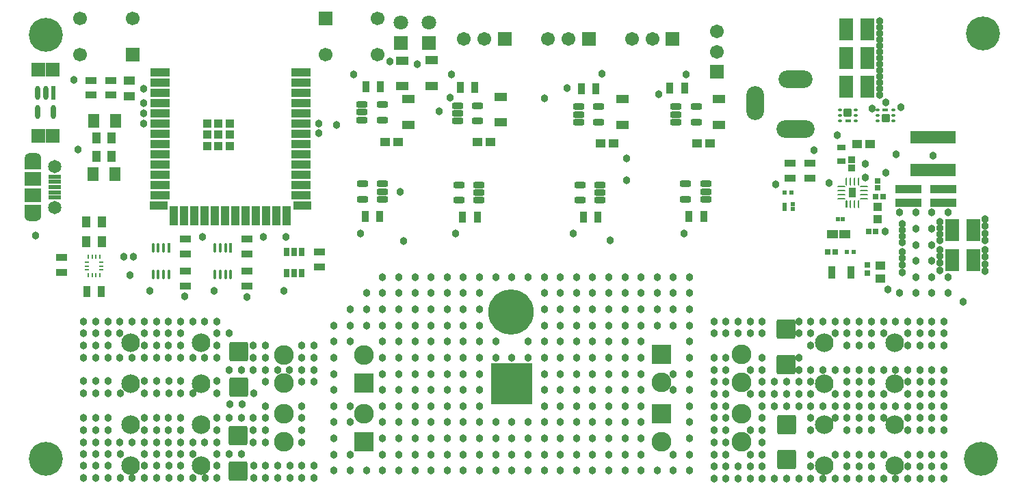
<source format=gts>
G04*
G04 #@! TF.GenerationSoftware,Altium Limited,Altium Designer,25.8.1 (18)*
G04*
G04 Layer_Color=8388736*
%FSLAX25Y25*%
%MOIN*%
G70*
G04*
G04 #@! TF.SameCoordinates,84D38476-EC8B-4E85-A8E5-E5852804B053*
G04*
G04*
G04 #@! TF.FilePolarity,Negative*
G04*
G01*
G75*
%ADD19R,0.05512X0.03740*%
%ADD20R,0.03740X0.05512*%
%ADD23R,0.01900X0.01000*%
%ADD24R,0.01000X0.01900*%
G04:AMPARAMS|DCode=25|XSize=67.21mil|YSize=24.25mil|CornerRadius=12.12mil|HoleSize=0mil|Usage=FLASHONLY|Rotation=270.000|XOffset=0mil|YOffset=0mil|HoleType=Round|Shape=RoundedRectangle|*
%AMROUNDEDRECTD25*
21,1,0.06721,0.00000,0,0,270.0*
21,1,0.04296,0.02425,0,0,270.0*
1,1,0.02425,0.00000,-0.02148*
1,1,0.02425,0.00000,0.02148*
1,1,0.02425,0.00000,0.02148*
1,1,0.02425,0.00000,-0.02148*
%
%ADD25ROUNDEDRECTD25*%
G04:AMPARAMS|DCode=27|XSize=49.38mil|YSize=13.22mil|CornerRadius=6.61mil|HoleSize=0mil|Usage=FLASHONLY|Rotation=270.000|XOffset=0mil|YOffset=0mil|HoleType=Round|Shape=RoundedRectangle|*
%AMROUNDEDRECTD27*
21,1,0.04938,0.00000,0,0,270.0*
21,1,0.03615,0.01322,0,0,270.0*
1,1,0.01322,0.00000,-0.01808*
1,1,0.01322,0.00000,0.01808*
1,1,0.01322,0.00000,0.01808*
1,1,0.01322,0.00000,-0.01808*
%
%ADD27ROUNDEDRECTD27*%
G04:AMPARAMS|DCode=29|XSize=43.31mil|YSize=23.62mil|CornerRadius=2.01mil|HoleSize=0mil|Usage=FLASHONLY|Rotation=90.000|XOffset=0mil|YOffset=0mil|HoleType=Round|Shape=RoundedRectangle|*
%AMROUNDEDRECTD29*
21,1,0.04331,0.01961,0,0,90.0*
21,1,0.03929,0.02362,0,0,90.0*
1,1,0.00402,0.00980,0.01965*
1,1,0.00402,0.00980,-0.01965*
1,1,0.00402,-0.00980,-0.01965*
1,1,0.00402,-0.00980,0.01965*
%
%ADD29ROUNDEDRECTD29*%
%ADD31R,0.06299X0.03937*%
G04:AMPARAMS|DCode=32|XSize=17.72mil|YSize=11.81mil|CornerRadius=1.95mil|HoleSize=0mil|Usage=FLASHONLY|Rotation=180.000|XOffset=0mil|YOffset=0mil|HoleType=Round|Shape=RoundedRectangle|*
%AMROUNDEDRECTD32*
21,1,0.01772,0.00791,0,0,180.0*
21,1,0.01382,0.01181,0,0,180.0*
1,1,0.00390,-0.00691,0.00396*
1,1,0.00390,0.00691,0.00396*
1,1,0.00390,0.00691,-0.00396*
1,1,0.00390,-0.00691,-0.00396*
%
%ADD32ROUNDEDRECTD32*%
%ADD34R,0.06506X0.11040*%
%ADD35R,0.05138X0.04355*%
%ADD36R,0.02648X0.02631*%
G04:AMPARAMS|DCode=37|XSize=9.42mil|YSize=37.68mil|CornerRadius=4.71mil|HoleSize=0mil|Usage=FLASHONLY|Rotation=90.000|XOffset=0mil|YOffset=0mil|HoleType=Round|Shape=RoundedRectangle|*
%AMROUNDEDRECTD37*
21,1,0.00942,0.02826,0,0,90.0*
21,1,0.00000,0.03768,0,0,90.0*
1,1,0.00942,0.01413,0.00000*
1,1,0.00942,0.01413,0.00000*
1,1,0.00942,-0.01413,0.00000*
1,1,0.00942,-0.01413,0.00000*
%
%ADD37ROUNDEDRECTD37*%
G04:AMPARAMS|DCode=38|XSize=37.68mil|YSize=9.42mil|CornerRadius=4.71mil|HoleSize=0mil|Usage=FLASHONLY|Rotation=90.000|XOffset=0mil|YOffset=0mil|HoleType=Round|Shape=RoundedRectangle|*
%AMROUNDEDRECTD38*
21,1,0.03768,0.00000,0,0,90.0*
21,1,0.02826,0.00942,0,0,90.0*
1,1,0.00942,0.00000,0.01413*
1,1,0.00942,0.00000,-0.01413*
1,1,0.00942,0.00000,-0.01413*
1,1,0.00942,0.00000,0.01413*
%
%ADD38ROUNDEDRECTD38*%
%ADD39R,0.05241X0.03985*%
%ADD41R,0.03765X0.06127*%
%ADD42R,0.02816X0.02648*%
%ADD44R,0.01843X0.01860*%
%ADD45C,0.00848*%
%ADD46R,0.02237X0.02254*%
%ADD50R,0.12992X0.04134*%
%ADD54R,0.04748X0.04166*%
%ADD57R,0.03963X0.05544*%
%ADD58R,0.05544X0.03963*%
%ADD59R,0.01322X0.04938*%
%ADD60R,0.02425X0.06721*%
%ADD62C,0.02769*%
%ADD63R,0.04343X0.04343*%
%ADD64R,0.09700X0.04343*%
%ADD65R,0.06706X0.06902*%
%ADD66R,0.06115X0.02375*%
%ADD67R,0.05524X0.06706*%
G04:AMPARAMS|DCode=68|XSize=96.58mil|YSize=91.86mil|CornerRadius=10.29mil|HoleSize=0mil|Usage=FLASHONLY|Rotation=270.000|XOffset=0mil|YOffset=0mil|HoleType=Round|Shape=RoundedRectangle|*
%AMROUNDEDRECTD68*
21,1,0.09658,0.07128,0,0,270.0*
21,1,0.07600,0.09186,0,0,270.0*
1,1,0.02058,-0.03564,-0.03800*
1,1,0.02058,-0.03564,0.03800*
1,1,0.02058,0.03564,0.03800*
1,1,0.02058,0.03564,-0.03800*
%
%ADD68ROUNDEDRECTD68*%
G04:AMPARAMS|DCode=69|XSize=55.64mil|YSize=31.23mil|CornerRadius=9.81mil|HoleSize=0mil|Usage=FLASHONLY|Rotation=180.000|XOffset=0mil|YOffset=0mil|HoleType=Round|Shape=RoundedRectangle|*
%AMROUNDEDRECTD69*
21,1,0.05564,0.01161,0,0,180.0*
21,1,0.03602,0.03123,0,0,180.0*
1,1,0.01961,-0.01801,0.00581*
1,1,0.01961,0.01801,0.00581*
1,1,0.01961,0.01801,-0.00581*
1,1,0.01961,-0.01801,-0.00581*
%
%ADD69ROUNDEDRECTD69*%
G04:AMPARAMS|DCode=70|XSize=29.53mil|YSize=11.81mil|CornerRadius=1.95mil|HoleSize=0mil|Usage=FLASHONLY|Rotation=180.000|XOffset=0mil|YOffset=0mil|HoleType=Round|Shape=RoundedRectangle|*
%AMROUNDEDRECTD70*
21,1,0.02953,0.00791,0,0,180.0*
21,1,0.02563,0.01181,0,0,180.0*
1,1,0.00390,-0.01282,0.00396*
1,1,0.00390,0.01282,0.00396*
1,1,0.00390,0.01282,-0.00396*
1,1,0.00390,-0.01282,-0.00396*
%
%ADD70ROUNDEDRECTD70*%
%ADD71R,0.03162X0.02926*%
%ADD72R,0.03543X0.05118*%
%ADD73R,0.02296X0.02375*%
%ADD74R,0.02378X0.02299*%
%ADD75R,0.02375X0.02296*%
%ADD76R,0.02965X0.02965*%
%ADD77R,0.04461X0.04304*%
%ADD78R,0.04737X0.04343*%
%ADD79R,0.03950X0.03162*%
%ADD80R,0.03359X0.03359*%
G04:AMPARAMS|DCode=81|XSize=39.37mil|YSize=37.4mil|CornerRadius=2.06mil|HoleSize=0mil|Usage=FLASHONLY|Rotation=0.000|XOffset=0mil|YOffset=0mil|HoleType=Round|Shape=RoundedRectangle|*
%AMROUNDEDRECTD81*
21,1,0.03937,0.03329,0,0,0.0*
21,1,0.03526,0.03740,0,0,0.0*
1,1,0.00411,0.01763,-0.01664*
1,1,0.00411,-0.01763,-0.01664*
1,1,0.00411,-0.01763,0.01664*
1,1,0.00411,0.01763,0.01664*
%
%ADD81ROUNDEDRECTD81*%
%ADD82R,0.22453X0.06430*%
%ADD83R,0.04343X0.09700*%
%ADD84R,0.08800X0.04343*%
%ADD85R,0.08280X0.06706*%
%ADD86C,0.09068*%
%ADD87R,0.06737X0.06737*%
%ADD88C,0.06698*%
%ADD89R,0.06698X0.06698*%
%ADD90C,0.22123*%
%ADD91R,0.06737X0.06737*%
%ADD92O,0.16548X0.08674*%
%ADD93O,0.08674X0.16548*%
%ADD94C,0.09646*%
%ADD95R,0.09646X0.09646*%
%ADD96R,0.07119X0.07119*%
%ADD97O,0.18517X0.08674*%
%ADD98R,0.20154X0.20154*%
%ADD99C,0.07119*%
%ADD100C,0.06737*%
%ADD101C,0.06509*%
%ADD102C,0.03800*%
%ADD103C,0.16548*%
G36*
X8214Y161922D02*
X8266Y161911D01*
X8315Y161895D01*
X8338Y161883D01*
X8362Y161871D01*
X8406Y161842D01*
X8445Y161808D01*
Y161808D01*
X8445D01*
X8480Y161768D01*
X8509Y161724D01*
X8521Y161701D01*
X8532Y161678D01*
X8549Y161628D01*
X8559Y161576D01*
X8563Y161524D01*
D01*
Y161524D01*
Y159957D01*
X10130D01*
X10183Y159953D01*
X10234Y159943D01*
X10284Y159926D01*
X10331Y159903D01*
X10374Y159874D01*
X10414Y159839D01*
X10448Y159800D01*
X10477Y159756D01*
X10501Y159709D01*
X10518Y159659D01*
X10528Y159608D01*
X10531Y159556D01*
Y154437D01*
X10528Y154385D01*
X10518Y154334D01*
X10501Y154284D01*
X10477Y154237D01*
X10448Y154193D01*
X10414Y154154D01*
X10374Y154120D01*
X10331Y154090D01*
X10284Y154067D01*
X10234Y154050D01*
X10183Y154040D01*
X10130Y154037D01*
X2650D01*
X2598Y154040D01*
X2546Y154050D01*
X2497Y154067D01*
X2450Y154090D01*
X2406Y154120D01*
X2366Y154154D01*
X2332Y154193D01*
X2303Y154237D01*
X2280Y154284D01*
X2263Y154334D01*
X2253Y154385D01*
X2249Y154437D01*
Y159556D01*
X2253Y159608D01*
X2263Y159659D01*
X2280Y159709D01*
X2303Y159756D01*
X2332Y159800D01*
X2366Y159839D01*
X2406Y159874D01*
X2450Y159903D01*
X2497Y159926D01*
X2546Y159943D01*
X2598Y159953D01*
X2650Y159957D01*
X4217D01*
Y161524D01*
X4221Y161576D01*
X4231Y161628D01*
X4248Y161677D01*
X4259Y161701D01*
X4271Y161724D01*
X4300Y161768D01*
X4335Y161808D01*
X4335D01*
Y161808D01*
X4374Y161842D01*
X4418Y161871D01*
X4442Y161883D01*
X4465Y161894D01*
X4515Y161911D01*
X4566Y161922D01*
X4618Y161925D01*
X8162Y161925D01*
D01*
X8162D01*
X8214Y161922D01*
D02*
G37*
G36*
X403120Y138967D02*
X403253Y138835D01*
X403325Y138662D01*
Y138568D01*
Y135271D01*
X402383D01*
Y138568D01*
Y138662D01*
X402454Y138835D01*
X402587Y138967D01*
X402760Y139039D01*
X402947D01*
X403120Y138967D01*
D02*
G37*
G36*
X10183Y136725D02*
X10234Y136714D01*
X10284Y136698D01*
X10331Y136674D01*
X10374Y136645D01*
X10414Y136611D01*
X10448Y136571D01*
X10477Y136528D01*
X10501Y136481D01*
X10518Y136431D01*
X10528Y136380D01*
X10531Y136327D01*
Y131209D01*
X10528Y131157D01*
X10518Y131105D01*
X10501Y131056D01*
X10477Y131009D01*
X10448Y130965D01*
X10414Y130926D01*
X10374Y130891D01*
X10331Y130862D01*
X10284Y130839D01*
X10234Y130822D01*
X10183Y130812D01*
X10130Y130808D01*
X8563D01*
Y129241D01*
X8559Y129188D01*
X8549Y129137D01*
X8532Y129087D01*
X8521Y129064D01*
X8509Y129040D01*
X8480Y128997D01*
X8445Y128957D01*
X8445D01*
Y128957D01*
X8406Y128923D01*
X8362Y128894D01*
X8338Y128882D01*
X8315Y128870D01*
X8266Y128853D01*
X8214Y128843D01*
X8162Y128840D01*
X4619Y128840D01*
D01*
X4619D01*
X4566Y128843D01*
X4515Y128853D01*
X4465Y128870D01*
X4442Y128882D01*
X4418Y128893D01*
X4374Y128923D01*
X4335Y128957D01*
Y128957D01*
X4335D01*
X4301Y128997D01*
X4271Y129040D01*
X4260Y129064D01*
X4248Y129087D01*
X4231Y129137D01*
X4221Y129188D01*
X4218Y129241D01*
D01*
Y129241D01*
Y130808D01*
X2650D01*
X2598Y130812D01*
X2546Y130822D01*
X2497Y130839D01*
X2450Y130862D01*
X2406Y130891D01*
X2366Y130926D01*
X2332Y130965D01*
X2303Y131009D01*
X2280Y131056D01*
X2263Y131105D01*
X2253Y131157D01*
X2249Y131209D01*
Y136327D01*
X2253Y136380D01*
X2263Y136431D01*
X2280Y136481D01*
X2303Y136528D01*
X2332Y136571D01*
X2366Y136611D01*
X2406Y136645D01*
X2450Y136674D01*
X2497Y136698D01*
X2546Y136714D01*
X2598Y136725D01*
X2650Y136728D01*
X10130D01*
X10183Y136725D01*
D02*
G37*
D19*
X20205Y103882D02*
D03*
X34705Y190241D02*
D03*
X80674Y112822D02*
D03*
X80705Y104464D02*
D03*
X44205Y190241D02*
D03*
X110705Y104464D02*
D03*
X110674Y112822D02*
D03*
X146174Y106322D02*
D03*
X375422Y156997D02*
D03*
Y149713D02*
D03*
X384922Y156997D02*
D03*
Y149713D02*
D03*
X20205Y111166D02*
D03*
X44205Y197524D02*
D03*
X110674Y120105D02*
D03*
X80674D02*
D03*
X146174Y113605D02*
D03*
X34705Y197524D02*
D03*
X80705Y97180D02*
D03*
X110705D02*
D03*
D20*
X39847Y94382D02*
D03*
X222996Y130701D02*
D03*
X175496Y131201D02*
D03*
X281855Y130701D02*
D03*
X333355Y131201D02*
D03*
X175847Y194457D02*
D03*
X273563Y193382D02*
D03*
X221847Y193957D02*
D03*
X316705Y193882D02*
D03*
X32563Y94382D02*
D03*
X168213Y131201D02*
D03*
X168563Y194457D02*
D03*
X215713Y130701D02*
D03*
X274571D02*
D03*
X326071Y131201D02*
D03*
X214563Y193957D02*
D03*
X280847Y193382D02*
D03*
X323989Y193882D02*
D03*
D23*
X32605Y104914D02*
D03*
Y106882D02*
D03*
X39805Y108851D02*
D03*
Y104914D02*
D03*
X32605Y108851D02*
D03*
X39805Y106882D02*
D03*
D24*
X39158Y111432D02*
D03*
X33252Y102332D02*
D03*
X39158D02*
D03*
X37189D02*
D03*
X35221D02*
D03*
X33252Y111432D02*
D03*
X35221D02*
D03*
X37189D02*
D03*
D25*
X12579Y191382D02*
D03*
X16319Y181929D02*
D03*
X8839Y191382D02*
D03*
Y181929D02*
D03*
D27*
X64867Y115820D02*
D03*
X95146Y115817D02*
D03*
X69985Y115820D02*
D03*
X100264Y115817D02*
D03*
X95146Y102822D02*
D03*
X64867Y102824D02*
D03*
X67426Y115820D02*
D03*
X97705Y115817D02*
D03*
X102823Y102822D02*
D03*
X72544Y102824D02*
D03*
X97705Y102822D02*
D03*
X100264D02*
D03*
X67426Y102824D02*
D03*
X69985D02*
D03*
D29*
X133674Y103346D02*
D03*
Y113582D02*
D03*
X129933Y103346D02*
D03*
Y113582D02*
D03*
X137414D02*
D03*
Y103346D02*
D03*
D31*
X200705Y194784D02*
D03*
X186205Y194583D02*
D03*
Y207182D02*
D03*
X234205Y176957D02*
D03*
X200705Y207382D02*
D03*
X189205Y188256D02*
D03*
X234205Y189556D02*
D03*
X293705Y188481D02*
D03*
X340705D02*
D03*
Y175882D02*
D03*
X189205Y175658D02*
D03*
X293705Y175882D02*
D03*
D32*
X418083Y182914D02*
D03*
X407260D02*
D03*
Y180355D02*
D03*
Y177796D02*
D03*
X399583D02*
D03*
Y180355D02*
D03*
Y182914D02*
D03*
X418083Y177796D02*
D03*
Y180355D02*
D03*
X425760Y182914D02*
D03*
Y180355D02*
D03*
Y177796D02*
D03*
D34*
X413139Y222355D02*
D03*
Y208355D02*
D03*
Y194355D02*
D03*
X464639Y124355D02*
D03*
Y109855D02*
D03*
X454204D02*
D03*
Y124355D02*
D03*
X402704Y194355D02*
D03*
Y208355D02*
D03*
Y222355D02*
D03*
D35*
X414422Y166355D02*
D03*
X408118D02*
D03*
D36*
X412922Y103378D02*
D03*
Y107332D02*
D03*
D37*
X400292Y139716D02*
D03*
Y141685D02*
D03*
Y143653D02*
D03*
Y145622D02*
D03*
X411320D02*
D03*
Y141685D02*
D03*
Y139716D02*
D03*
Y143653D02*
D03*
D38*
X408759Y148183D02*
D03*
X402853D02*
D03*
X404822D02*
D03*
X406790D02*
D03*
X408759Y137155D02*
D03*
X406790D02*
D03*
X404822D02*
D03*
D39*
X396091Y122355D02*
D03*
X401922D02*
D03*
D41*
X395796Y103855D02*
D03*
X405048D02*
D03*
D42*
X393653Y113855D02*
D03*
X397422D02*
D03*
D44*
X376005Y142855D02*
D03*
X372838D02*
D03*
D45*
X402853Y137106D02*
D03*
D46*
X406482Y113855D02*
D03*
X402922D02*
D03*
D50*
X433000Y144248D02*
D03*
Y137752D02*
D03*
X450000Y144248D02*
D03*
Y137752D02*
D03*
D54*
X229205Y167457D02*
D03*
X336359Y166882D02*
D03*
X184359Y167457D02*
D03*
X178051D02*
D03*
X330051Y166882D02*
D03*
X289205D02*
D03*
X282897D02*
D03*
X222897Y167457D02*
D03*
D57*
X39949Y118882D02*
D03*
X44705Y160382D02*
D03*
X32462Y118882D02*
D03*
Y128382D02*
D03*
X37218Y169382D02*
D03*
X39949Y128382D02*
D03*
X37218Y160382D02*
D03*
X44705Y169382D02*
D03*
D58*
X53205Y189882D02*
D03*
Y197369D02*
D03*
D59*
X102823Y115817D02*
D03*
X72544Y115820D02*
D03*
D60*
X16319Y191382D02*
D03*
D62*
X5603Y159556D02*
G03*
X5603Y159556I-984J0D01*
G01*
X9146D02*
G03*
X9146Y159556I-984J0D01*
G01*
X5603Y131209D02*
G03*
X5603Y131209I-984J0D01*
G01*
X9146D02*
G03*
X9146Y131209I-984J0D01*
G01*
D63*
X91237Y165477D02*
D03*
X96748Y170989D02*
D03*
X91237D02*
D03*
Y176500D02*
D03*
X96748D02*
D03*
Y165477D02*
D03*
X102260Y170989D02*
D03*
Y165477D02*
D03*
Y176500D02*
D03*
D64*
X68205Y201382D02*
D03*
X137103D02*
D03*
Y171382D02*
D03*
X68205Y141382D02*
D03*
X137103Y196382D02*
D03*
Y191382D02*
D03*
Y176382D02*
D03*
Y166382D02*
D03*
Y161382D02*
D03*
Y156382D02*
D03*
Y151382D02*
D03*
Y146382D02*
D03*
Y141382D02*
D03*
X68205Y151382D02*
D03*
Y156382D02*
D03*
Y171382D02*
D03*
Y191382D02*
D03*
Y186382D02*
D03*
Y166382D02*
D03*
Y161382D02*
D03*
Y146382D02*
D03*
X137103Y181382D02*
D03*
Y186382D02*
D03*
X68205Y181382D02*
D03*
Y196382D02*
D03*
Y176382D02*
D03*
D65*
X8992Y170382D02*
D03*
X16122Y202882D02*
D03*
X16079Y170382D02*
D03*
X9036Y202882D02*
D03*
D66*
X17020Y140264D02*
D03*
Y145382D02*
D03*
Y147941D02*
D03*
Y150501D02*
D03*
Y142823D02*
D03*
D67*
X35926Y177733D02*
D03*
X46205Y151882D02*
D03*
X35575D02*
D03*
X46556Y177733D02*
D03*
D68*
X106205Y6819D02*
D03*
X106705Y47819D02*
D03*
X373705Y29445D02*
D03*
X373205Y75945D02*
D03*
Y58819D02*
D03*
X106705Y64945D02*
D03*
X373705Y12319D02*
D03*
X106205Y23945D02*
D03*
D69*
X176796Y146941D02*
D03*
X166705Y178217D02*
D03*
X213264Y177717D02*
D03*
X223796Y146441D02*
D03*
X272264Y177142D02*
D03*
X282796Y146441D02*
D03*
X319764Y177142D02*
D03*
X334296Y146941D02*
D03*
X223796Y142701D02*
D03*
X176796Y139461D02*
D03*
X223796Y138961D02*
D03*
X282796D02*
D03*
X334296Y139461D02*
D03*
X166914D02*
D03*
X176587Y185697D02*
D03*
X213914Y138961D02*
D03*
X272914D02*
D03*
X324414Y139461D02*
D03*
X329646Y184623D02*
D03*
X223146Y185197D02*
D03*
X282146Y184623D02*
D03*
X334296Y143201D02*
D03*
X176796D02*
D03*
X329646Y177142D02*
D03*
X319764Y180882D02*
D03*
Y184623D02*
D03*
X282146Y177142D02*
D03*
X272264Y180882D02*
D03*
Y184623D02*
D03*
X223146Y177717D02*
D03*
X213264Y181457D02*
D03*
Y185197D02*
D03*
X176587Y178217D02*
D03*
X166705Y181957D02*
D03*
Y185697D02*
D03*
X324414Y146941D02*
D03*
X272914Y146441D02*
D03*
X282796Y142701D02*
D03*
X213914Y146441D02*
D03*
X166914Y146941D02*
D03*
D70*
X421548Y182914D02*
D03*
X403796Y177796D02*
D03*
D71*
X417922Y148556D02*
D03*
Y145154D02*
D03*
D72*
X405806Y142669D02*
D03*
D73*
X398709Y129855D02*
D03*
X400922D02*
D03*
D74*
X372552Y134642D02*
D03*
Y136855D02*
D03*
D75*
X376552Y136961D02*
D03*
Y134748D02*
D03*
D76*
X413650Y123855D02*
D03*
X417193D02*
D03*
X417150Y140855D02*
D03*
X420693D02*
D03*
D77*
X417922Y135886D02*
D03*
Y129823D02*
D03*
D78*
X419422Y100705D02*
D03*
Y107004D02*
D03*
D79*
X400422Y164701D02*
D03*
Y158008D02*
D03*
D80*
X405422Y154886D02*
D03*
Y158823D02*
D03*
D81*
X403422Y181634D02*
D03*
X421922Y179075D02*
D03*
D82*
X444922Y169760D02*
D03*
Y153855D02*
D03*
D83*
X75154Y131461D02*
D03*
X80154D02*
D03*
X85154D02*
D03*
X90154D02*
D03*
X95154D02*
D03*
X100154D02*
D03*
X115154D02*
D03*
X120154D02*
D03*
X125154D02*
D03*
X130154D02*
D03*
X105154D02*
D03*
X110154D02*
D03*
D84*
X67754Y136382D02*
D03*
X137554D02*
D03*
D85*
X6390Y149319D02*
D03*
Y141445D02*
D03*
D86*
X426205Y49382D02*
D03*
X391953D02*
D03*
X426205Y9382D02*
D03*
X391953D02*
D03*
Y29382D02*
D03*
X426205D02*
D03*
Y69382D02*
D03*
X391953D02*
D03*
X88205Y9382D02*
D03*
Y49382D02*
D03*
X53953D02*
D03*
Y9382D02*
D03*
X88205Y29382D02*
D03*
X53953D02*
D03*
X88205Y69382D02*
D03*
X53953D02*
D03*
D87*
X277205Y217882D02*
D03*
X236205D02*
D03*
X318048Y217815D02*
D03*
D88*
X29410Y227741D02*
D03*
X55000D02*
D03*
X174500D02*
D03*
X29410Y210024D02*
D03*
X174500D02*
D03*
X148910D02*
D03*
D89*
Y227741D02*
D03*
X55000Y210024D02*
D03*
D90*
X239205Y84382D02*
D03*
D91*
X339662Y201571D02*
D03*
D92*
X377890Y198193D02*
D03*
D93*
X358205Y186382D02*
D03*
D94*
X351733Y63575D02*
D03*
Y50190D02*
D03*
X128650Y49882D02*
D03*
Y63268D02*
D03*
X128677Y34575D02*
D03*
Y21190D02*
D03*
X167733Y34575D02*
D03*
X312678Y50190D02*
D03*
X167705Y63268D02*
D03*
X312678Y21190D02*
D03*
X351733D02*
D03*
Y34575D02*
D03*
D95*
X167733Y21190D02*
D03*
X312678Y63575D02*
D03*
X167705Y49882D02*
D03*
X312678Y34575D02*
D03*
D96*
X185705Y215882D02*
D03*
X199205D02*
D03*
D97*
X377890Y173784D02*
D03*
D98*
X239705Y49382D02*
D03*
D99*
X199205Y225882D02*
D03*
X185705D02*
D03*
D100*
X257520Y217882D02*
D03*
X267363D02*
D03*
X339662Y221256D02*
D03*
Y211414D02*
D03*
X216520Y217882D02*
D03*
X226363D02*
D03*
X308205Y217815D02*
D03*
X298363D02*
D03*
D101*
X17020Y135540D02*
D03*
Y155225D02*
D03*
D102*
X450418Y79808D02*
D03*
Y73902D02*
D03*
Y67997D02*
D03*
Y38469D02*
D03*
Y32563D02*
D03*
Y26658D02*
D03*
X444512Y79808D02*
D03*
Y73902D02*
D03*
Y67997D02*
D03*
Y38469D02*
D03*
Y32563D02*
D03*
Y26658D02*
D03*
X438607Y79808D02*
D03*
Y73902D02*
D03*
Y67997D02*
D03*
Y38469D02*
D03*
Y32563D02*
D03*
Y26658D02*
D03*
X432701Y79808D02*
D03*
Y73902D02*
D03*
Y67997D02*
D03*
Y38469D02*
D03*
Y32563D02*
D03*
Y26658D02*
D03*
X426795Y79808D02*
D03*
Y38469D02*
D03*
X420890Y79808D02*
D03*
Y73902D02*
D03*
Y38469D02*
D03*
Y32563D02*
D03*
X414985Y79808D02*
D03*
Y73902D02*
D03*
Y67997D02*
D03*
Y38469D02*
D03*
Y32563D02*
D03*
Y26658D02*
D03*
X409079Y79808D02*
D03*
Y73902D02*
D03*
Y67997D02*
D03*
Y38469D02*
D03*
Y32563D02*
D03*
Y26658D02*
D03*
X403173Y79808D02*
D03*
Y73902D02*
D03*
Y67997D02*
D03*
Y38469D02*
D03*
Y32563D02*
D03*
Y26658D02*
D03*
X397268Y79808D02*
D03*
Y73902D02*
D03*
Y38469D02*
D03*
Y32563D02*
D03*
X391362Y79808D02*
D03*
Y38469D02*
D03*
X385457Y79808D02*
D03*
Y73902D02*
D03*
Y67997D02*
D03*
Y38469D02*
D03*
Y32563D02*
D03*
Y26658D02*
D03*
X379551Y79808D02*
D03*
Y73902D02*
D03*
Y38469D02*
D03*
X373646D02*
D03*
X367740D02*
D03*
X361835Y79808D02*
D03*
Y73902D02*
D03*
X355929Y79808D02*
D03*
Y73902D02*
D03*
X350024Y79808D02*
D03*
Y73902D02*
D03*
X344118Y79808D02*
D03*
Y73902D02*
D03*
X338213Y79808D02*
D03*
Y73902D02*
D03*
X450418Y56185D02*
D03*
Y50280D02*
D03*
Y44374D02*
D03*
X444512Y56185D02*
D03*
Y50280D02*
D03*
Y44374D02*
D03*
X438607Y56185D02*
D03*
Y50280D02*
D03*
Y44374D02*
D03*
X432701Y56185D02*
D03*
Y50280D02*
D03*
Y44374D02*
D03*
X426795Y56185D02*
D03*
X420890D02*
D03*
Y44374D02*
D03*
X414985Y56185D02*
D03*
Y50280D02*
D03*
Y44374D02*
D03*
X409079Y56185D02*
D03*
Y50280D02*
D03*
Y44374D02*
D03*
X403173Y56185D02*
D03*
Y50280D02*
D03*
Y44374D02*
D03*
X397268Y56185D02*
D03*
Y44374D02*
D03*
X391362Y56185D02*
D03*
X385457D02*
D03*
Y50280D02*
D03*
Y44374D02*
D03*
X379551Y62091D02*
D03*
Y56185D02*
D03*
Y50280D02*
D03*
Y44374D02*
D03*
X373646Y50280D02*
D03*
Y44374D02*
D03*
X367740Y50280D02*
D03*
Y44374D02*
D03*
X361835Y62091D02*
D03*
Y56185D02*
D03*
Y50280D02*
D03*
Y44374D02*
D03*
X355929Y56185D02*
D03*
Y44374D02*
D03*
X344118Y62091D02*
D03*
Y56185D02*
D03*
Y50280D02*
D03*
Y44374D02*
D03*
X338213Y62091D02*
D03*
Y56185D02*
D03*
Y50280D02*
D03*
Y44374D02*
D03*
X108405Y39500D02*
D03*
X102500D02*
D03*
X107970Y15218D02*
D03*
X102065D02*
D03*
X143403Y9313D02*
D03*
Y3407D02*
D03*
X137498Y9313D02*
D03*
Y3407D02*
D03*
X131592Y9313D02*
D03*
Y3407D02*
D03*
X125687Y9313D02*
D03*
Y3407D02*
D03*
X119781Y9313D02*
D03*
Y3407D02*
D03*
X113876Y44745D02*
D03*
Y9313D02*
D03*
Y3407D02*
D03*
X96159Y50651D02*
D03*
Y44745D02*
D03*
Y15218D02*
D03*
Y9313D02*
D03*
Y3407D02*
D03*
X90254D02*
D03*
X84348Y44745D02*
D03*
Y15218D02*
D03*
Y3407D02*
D03*
X78443Y50651D02*
D03*
Y44745D02*
D03*
Y15218D02*
D03*
Y9313D02*
D03*
Y3407D02*
D03*
X72537Y50651D02*
D03*
Y44745D02*
D03*
Y15218D02*
D03*
Y9313D02*
D03*
Y3407D02*
D03*
X66632Y50651D02*
D03*
Y44745D02*
D03*
Y15218D02*
D03*
Y9313D02*
D03*
Y3407D02*
D03*
X60726Y50651D02*
D03*
Y44745D02*
D03*
Y15218D02*
D03*
Y9313D02*
D03*
Y3407D02*
D03*
X54821D02*
D03*
X48915Y44745D02*
D03*
Y15218D02*
D03*
Y3407D02*
D03*
X43009Y50651D02*
D03*
Y44745D02*
D03*
Y15218D02*
D03*
Y9313D02*
D03*
Y3407D02*
D03*
X37104Y50651D02*
D03*
Y44745D02*
D03*
Y15218D02*
D03*
Y9313D02*
D03*
Y3407D02*
D03*
X31198Y50651D02*
D03*
Y44745D02*
D03*
Y15218D02*
D03*
Y9313D02*
D03*
Y3407D02*
D03*
X326402Y101461D02*
D03*
Y93587D02*
D03*
Y85713D02*
D03*
Y77839D02*
D03*
X318528Y101461D02*
D03*
Y93587D02*
D03*
Y85713D02*
D03*
Y77839D02*
D03*
X310654Y101461D02*
D03*
Y93587D02*
D03*
Y85713D02*
D03*
Y77839D02*
D03*
X302780Y101461D02*
D03*
Y93587D02*
D03*
Y85713D02*
D03*
Y77839D02*
D03*
X294906Y101461D02*
D03*
Y93587D02*
D03*
Y85713D02*
D03*
Y77839D02*
D03*
X287032Y101461D02*
D03*
Y93587D02*
D03*
Y85713D02*
D03*
Y77839D02*
D03*
X279158Y101461D02*
D03*
Y93587D02*
D03*
Y85713D02*
D03*
Y77839D02*
D03*
X271284Y101461D02*
D03*
Y93587D02*
D03*
Y85713D02*
D03*
Y77839D02*
D03*
X263410Y101461D02*
D03*
Y93587D02*
D03*
Y85713D02*
D03*
Y77839D02*
D03*
X255536Y101461D02*
D03*
Y93587D02*
D03*
Y85713D02*
D03*
Y77839D02*
D03*
X247662Y101461D02*
D03*
X239788D02*
D03*
X231914D02*
D03*
X224040D02*
D03*
Y93587D02*
D03*
Y85713D02*
D03*
Y77839D02*
D03*
X216166Y101461D02*
D03*
Y93587D02*
D03*
Y85713D02*
D03*
Y77839D02*
D03*
X208292Y101461D02*
D03*
Y93587D02*
D03*
Y85713D02*
D03*
Y77839D02*
D03*
X200418Y101461D02*
D03*
Y93587D02*
D03*
Y85713D02*
D03*
Y77839D02*
D03*
X192544Y101461D02*
D03*
Y93587D02*
D03*
Y85713D02*
D03*
Y77839D02*
D03*
X184670Y101461D02*
D03*
Y93587D02*
D03*
Y85713D02*
D03*
Y77839D02*
D03*
X176796Y101461D02*
D03*
Y93587D02*
D03*
Y85713D02*
D03*
Y77839D02*
D03*
X168922Y93587D02*
D03*
Y85713D02*
D03*
Y77839D02*
D03*
X161048Y85713D02*
D03*
Y77839D02*
D03*
X153174D02*
D03*
X470422Y107855D02*
D03*
Y104355D02*
D03*
Y114855D02*
D03*
Y111355D02*
D03*
Y119355D02*
D03*
Y129855D02*
D03*
Y122855D02*
D03*
Y126355D02*
D03*
X421922Y186855D02*
D03*
X418922Y193355D02*
D03*
Y190355D02*
D03*
Y226355D02*
D03*
Y223355D02*
D03*
X415422Y183855D02*
D03*
X412135Y156641D02*
D03*
X421922Y152355D02*
D03*
X405806Y142669D02*
D03*
X412000Y150000D02*
D03*
X418922Y214355D02*
D03*
Y211355D02*
D03*
Y217355D02*
D03*
Y208355D02*
D03*
Y205355D02*
D03*
Y202355D02*
D03*
Y199355D02*
D03*
Y196355D02*
D03*
Y220355D02*
D03*
X459705Y89382D02*
D03*
X450418Y14847D02*
D03*
Y8941D02*
D03*
Y3036D02*
D03*
X444512Y14847D02*
D03*
Y8941D02*
D03*
Y3036D02*
D03*
X438607Y14847D02*
D03*
Y8941D02*
D03*
Y3036D02*
D03*
X432701Y14847D02*
D03*
Y8941D02*
D03*
Y3036D02*
D03*
X426795D02*
D03*
X420890Y14847D02*
D03*
Y3036D02*
D03*
X414985Y14847D02*
D03*
Y8941D02*
D03*
Y3036D02*
D03*
X409079Y14847D02*
D03*
Y8941D02*
D03*
Y3036D02*
D03*
X403173Y14847D02*
D03*
Y8941D02*
D03*
Y3036D02*
D03*
X397268Y14847D02*
D03*
Y3036D02*
D03*
X391362D02*
D03*
X385457Y14847D02*
D03*
Y8941D02*
D03*
Y3036D02*
D03*
X379551D02*
D03*
X373646D02*
D03*
X367740D02*
D03*
X361835Y38469D02*
D03*
Y32563D02*
D03*
Y26658D02*
D03*
Y20752D02*
D03*
Y14847D02*
D03*
Y8941D02*
D03*
Y3036D02*
D03*
X355929Y26658D02*
D03*
Y14847D02*
D03*
Y8941D02*
D03*
Y3036D02*
D03*
X350024Y8941D02*
D03*
Y3036D02*
D03*
X344118Y38469D02*
D03*
Y32563D02*
D03*
Y26658D02*
D03*
Y20752D02*
D03*
Y14847D02*
D03*
Y8941D02*
D03*
Y3036D02*
D03*
X338213Y38469D02*
D03*
Y32563D02*
D03*
Y26658D02*
D03*
Y20752D02*
D03*
Y14847D02*
D03*
Y8941D02*
D03*
Y3036D02*
D03*
X143331Y67997D02*
D03*
Y62091D02*
D03*
Y56185D02*
D03*
Y50280D02*
D03*
X137425Y67997D02*
D03*
Y62091D02*
D03*
Y56185D02*
D03*
Y50280D02*
D03*
X131520Y56185D02*
D03*
X125615D02*
D03*
X119709Y67997D02*
D03*
Y62091D02*
D03*
Y56185D02*
D03*
Y50280D02*
D03*
X113804Y67997D02*
D03*
Y62091D02*
D03*
Y56185D02*
D03*
X107898D02*
D03*
X101992Y73902D02*
D03*
Y56185D02*
D03*
X96087Y79808D02*
D03*
Y73902D02*
D03*
Y67997D02*
D03*
Y62091D02*
D03*
X90181Y79808D02*
D03*
Y62091D02*
D03*
X84276Y79808D02*
D03*
Y62091D02*
D03*
X78370Y79808D02*
D03*
Y73902D02*
D03*
Y67997D02*
D03*
Y62091D02*
D03*
X72465Y79808D02*
D03*
Y73902D02*
D03*
Y67997D02*
D03*
Y62091D02*
D03*
X66559Y79808D02*
D03*
Y73902D02*
D03*
Y67997D02*
D03*
Y62091D02*
D03*
X60654Y79808D02*
D03*
Y73902D02*
D03*
Y67997D02*
D03*
Y62091D02*
D03*
X54748Y79808D02*
D03*
Y62091D02*
D03*
X48843Y79808D02*
D03*
Y73902D02*
D03*
Y62091D02*
D03*
X42937Y79808D02*
D03*
Y73902D02*
D03*
Y67997D02*
D03*
Y62091D02*
D03*
X37032Y79808D02*
D03*
Y73902D02*
D03*
Y67997D02*
D03*
Y62091D02*
D03*
X31126Y79808D02*
D03*
Y73902D02*
D03*
Y67997D02*
D03*
Y62091D02*
D03*
X137425Y38469D02*
D03*
Y32563D02*
D03*
Y26658D02*
D03*
Y20752D02*
D03*
X119709Y38469D02*
D03*
Y32563D02*
D03*
Y26658D02*
D03*
Y20752D02*
D03*
X113804Y32563D02*
D03*
Y26658D02*
D03*
Y20752D02*
D03*
X107898Y32563D02*
D03*
X101992D02*
D03*
X96087D02*
D03*
Y26658D02*
D03*
Y20752D02*
D03*
X90181D02*
D03*
X84276D02*
D03*
X78370Y32563D02*
D03*
Y26658D02*
D03*
Y20752D02*
D03*
X72465Y32563D02*
D03*
Y26658D02*
D03*
Y20752D02*
D03*
X66559Y32563D02*
D03*
Y26658D02*
D03*
Y20752D02*
D03*
X60654Y32563D02*
D03*
Y26658D02*
D03*
Y20752D02*
D03*
X54748D02*
D03*
X48843D02*
D03*
X42937Y32563D02*
D03*
Y26658D02*
D03*
Y20752D02*
D03*
X37032Y32563D02*
D03*
Y26658D02*
D03*
Y20752D02*
D03*
X31126Y32563D02*
D03*
Y26658D02*
D03*
Y20752D02*
D03*
X452387Y132957D02*
D03*
Y101461D02*
D03*
Y93587D02*
D03*
X444513Y132957D02*
D03*
Y125083D02*
D03*
Y117209D02*
D03*
Y109335D02*
D03*
Y101461D02*
D03*
Y93587D02*
D03*
X436638Y132957D02*
D03*
Y125083D02*
D03*
Y117209D02*
D03*
Y109335D02*
D03*
Y101461D02*
D03*
Y93587D02*
D03*
X428764Y132957D02*
D03*
Y93587D02*
D03*
X326402Y69965D02*
D03*
Y62091D02*
D03*
Y54217D02*
D03*
Y46343D02*
D03*
Y38469D02*
D03*
Y30595D02*
D03*
Y22721D02*
D03*
Y14847D02*
D03*
Y6973D02*
D03*
X318528Y54217D02*
D03*
Y46343D02*
D03*
Y14847D02*
D03*
Y6973D02*
D03*
X310654D02*
D03*
X302780Y69965D02*
D03*
Y62091D02*
D03*
Y54217D02*
D03*
Y46343D02*
D03*
Y38469D02*
D03*
Y30595D02*
D03*
Y22721D02*
D03*
Y14847D02*
D03*
Y6973D02*
D03*
X294906Y69965D02*
D03*
Y62091D02*
D03*
Y54217D02*
D03*
Y46343D02*
D03*
Y38469D02*
D03*
Y30595D02*
D03*
Y22721D02*
D03*
Y14847D02*
D03*
Y6973D02*
D03*
X287032Y69965D02*
D03*
Y62091D02*
D03*
Y54217D02*
D03*
Y46343D02*
D03*
Y38469D02*
D03*
Y30595D02*
D03*
Y22721D02*
D03*
Y14847D02*
D03*
Y6973D02*
D03*
X279158Y69965D02*
D03*
Y62091D02*
D03*
Y54217D02*
D03*
Y46343D02*
D03*
Y38469D02*
D03*
Y30595D02*
D03*
Y22721D02*
D03*
Y14847D02*
D03*
Y6973D02*
D03*
X271284Y69965D02*
D03*
Y62091D02*
D03*
Y54217D02*
D03*
Y46343D02*
D03*
Y38469D02*
D03*
Y30595D02*
D03*
Y22721D02*
D03*
Y14847D02*
D03*
Y6973D02*
D03*
X263410Y69965D02*
D03*
Y62091D02*
D03*
Y54217D02*
D03*
Y46343D02*
D03*
Y38469D02*
D03*
Y30595D02*
D03*
Y22721D02*
D03*
Y14847D02*
D03*
Y6973D02*
D03*
X255536Y69965D02*
D03*
Y62091D02*
D03*
Y54217D02*
D03*
Y46343D02*
D03*
Y38469D02*
D03*
Y30595D02*
D03*
Y22721D02*
D03*
Y14847D02*
D03*
Y6973D02*
D03*
X247662Y69965D02*
D03*
Y62091D02*
D03*
Y30595D02*
D03*
Y22721D02*
D03*
Y14847D02*
D03*
Y6973D02*
D03*
X239788Y62091D02*
D03*
Y30595D02*
D03*
Y22721D02*
D03*
Y14847D02*
D03*
Y6973D02*
D03*
X231914Y69965D02*
D03*
Y62091D02*
D03*
Y30595D02*
D03*
Y22721D02*
D03*
Y14847D02*
D03*
Y6973D02*
D03*
X224040Y69965D02*
D03*
Y62091D02*
D03*
Y54217D02*
D03*
Y46343D02*
D03*
Y38469D02*
D03*
Y30595D02*
D03*
Y22721D02*
D03*
Y14847D02*
D03*
Y6973D02*
D03*
X216166Y69965D02*
D03*
Y62091D02*
D03*
Y54217D02*
D03*
Y46343D02*
D03*
Y38469D02*
D03*
Y30595D02*
D03*
Y22721D02*
D03*
Y14847D02*
D03*
Y6973D02*
D03*
X208292Y69965D02*
D03*
Y62091D02*
D03*
Y54217D02*
D03*
Y46343D02*
D03*
Y38469D02*
D03*
Y30595D02*
D03*
Y22721D02*
D03*
Y14847D02*
D03*
Y6973D02*
D03*
X200418Y69965D02*
D03*
Y62091D02*
D03*
Y54217D02*
D03*
Y46343D02*
D03*
Y38469D02*
D03*
Y30595D02*
D03*
Y22721D02*
D03*
Y14847D02*
D03*
Y6973D02*
D03*
X192544Y69965D02*
D03*
Y62091D02*
D03*
Y54217D02*
D03*
Y46343D02*
D03*
Y38469D02*
D03*
Y30595D02*
D03*
Y22721D02*
D03*
Y14847D02*
D03*
Y6973D02*
D03*
X184670Y69965D02*
D03*
Y62091D02*
D03*
Y54217D02*
D03*
Y46343D02*
D03*
Y38469D02*
D03*
Y30595D02*
D03*
Y22721D02*
D03*
Y14847D02*
D03*
Y6973D02*
D03*
X176796Y69965D02*
D03*
Y62091D02*
D03*
Y54217D02*
D03*
Y46343D02*
D03*
Y38469D02*
D03*
Y30595D02*
D03*
Y22721D02*
D03*
Y14847D02*
D03*
Y6973D02*
D03*
X168922D02*
D03*
X161048Y69965D02*
D03*
Y38469D02*
D03*
Y30595D02*
D03*
Y14847D02*
D03*
Y6973D02*
D03*
X153174Y69965D02*
D03*
Y62091D02*
D03*
Y54217D02*
D03*
Y46343D02*
D03*
Y38469D02*
D03*
Y30595D02*
D03*
Y22721D02*
D03*
Y14847D02*
D03*
Y6973D02*
D03*
X145705Y176382D02*
D03*
Y171882D02*
D03*
X180205Y206882D02*
D03*
X193705Y205382D02*
D03*
X210205Y200382D02*
D03*
X209796Y189018D02*
D03*
X324705Y200382D02*
D03*
X429422Y184355D02*
D03*
X394422Y147355D02*
D03*
X398422Y170855D02*
D03*
X368205Y146882D02*
D03*
X386922Y163355D02*
D03*
X422922Y95355D02*
D03*
X429922Y107355D02*
D03*
Y113855D02*
D03*
Y110855D02*
D03*
Y103855D02*
D03*
X448422Y114855D02*
D03*
Y125355D02*
D03*
Y122355D02*
D03*
Y119355D02*
D03*
Y128355D02*
D03*
X429922Y118355D02*
D03*
X421693Y123855D02*
D03*
X444922Y160855D02*
D03*
X429922Y121355D02*
D03*
X426922Y161355D02*
D03*
X429922Y127355D02*
D03*
Y124355D02*
D03*
X448422Y108355D02*
D03*
Y111855D02*
D03*
Y104855D02*
D03*
X283705Y200882D02*
D03*
X162705Y200382D02*
D03*
X60205Y181382D02*
D03*
X50705Y111382D02*
D03*
X60205Y193382D02*
D03*
X26205Y197882D02*
D03*
X7705Y121882D02*
D03*
X89174Y120964D02*
D03*
X118674D02*
D03*
X53705Y102382D02*
D03*
X63205Y94822D02*
D03*
X60205Y186382D02*
D03*
X186955Y119132D02*
D03*
X287705Y119382D02*
D03*
X94705Y94882D02*
D03*
X128705D02*
D03*
X60205Y176382D02*
D03*
X55205Y111382D02*
D03*
X80205Y92063D02*
D03*
X110705Y91882D02*
D03*
X165955Y122632D02*
D03*
X212455D02*
D03*
X28205Y163882D02*
D03*
X269705Y122882D02*
D03*
X323705D02*
D03*
X129674Y120964D02*
D03*
X204205Y182382D02*
D03*
X185455Y143132D02*
D03*
X311205Y190882D02*
D03*
X266705Y193882D02*
D03*
X295705Y148882D02*
D03*
Y159382D02*
D03*
X255705Y188882D02*
D03*
X154205Y175882D02*
D03*
D103*
X12705Y219882D02*
D03*
X469205Y220382D02*
D03*
X468205Y12882D02*
D03*
X12705D02*
D03*
M02*

</source>
